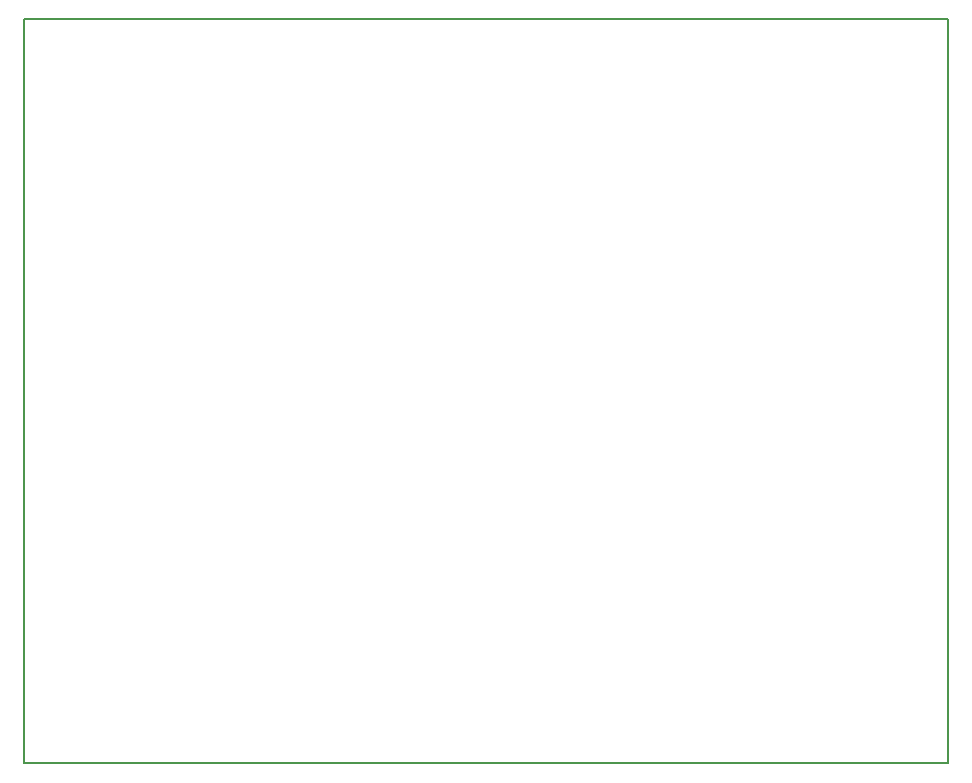
<source format=gm1>
G04 #@! TF.GenerationSoftware,KiCad,Pcbnew,5.0.0-rc3-6a2723a~65~ubuntu16.04.1*
G04 #@! TF.CreationDate,2019-04-26T01:55:19+06:00*
G04 #@! TF.ProjectId,ICE40ADP,49434534304144502E6B696361645F70,rev?*
G04 #@! TF.SameCoordinates,Original*
G04 #@! TF.FileFunction,Profile,NP*
%FSLAX46Y46*%
G04 Gerber Fmt 4.6, Leading zero omitted, Abs format (unit mm)*
G04 Created by KiCad (PCBNEW 5.0.0-rc3-6a2723a~65~ubuntu16.04.1) date Fri Apr 26 01:55:19 2019*
%MOMM*%
%LPD*%
G01*
G04 APERTURE LIST*
%ADD10C,0.150000*%
G04 APERTURE END LIST*
D10*
X107300000Y-71000000D02*
X185550000Y-71000000D01*
X107300000Y-134000000D02*
X185550000Y-134000000D01*
X107300000Y-71000000D02*
X107300000Y-134000000D01*
X185550000Y-71000000D02*
X185550000Y-134000000D01*
M02*

</source>
